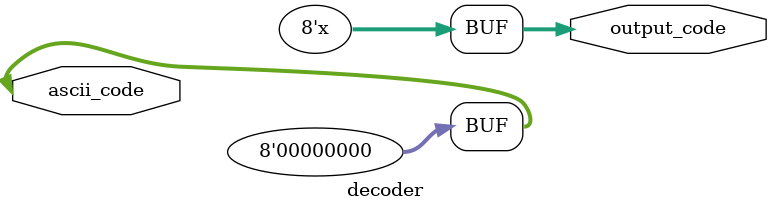
<source format=v>
module decoder
	(
		input wire [7:0] ascii_code,
		output reg [7:0] output_code
	);
	
always @*
	begin
	case(ascii_code)
		8'h31: output_code = 8'd1;   // 1
		8'h32: output_code = 8'd2;   // 2
		8'h33: output_code = 8'd3;   // 3
		8'h34: output_code = 8'd4;   // 4
		8'h35: output_code = 8'd5;   // 5
		8'h36: output_code = 8'd6;   // 6
		8'h37: output_code = 8'd7;   // 7
		8'h38: output_code = 8'd8;   // 8
		8'h39: output_code = 8'd9;   // 9
		8'h61: output_code = 8'd10;  // a
		8'h62: output_code = 8'd11;  // b
		8'h63: output_code = 8'd12;  // c
		8'h64: output_code = 8'd13;  // d
		8'h65: output_code = 8'd14;  // e
		8'h66: output_code = 8'd15;  // f
		8'h67: output_code = 8'd16;  // g
		8'h68: output_code = 8'd17;  // h
		8'h69: output_code = 8'd18;  // i
		
		default: ascii_code = 8'd0; // *
	endcase

	end
endmodule

</source>
